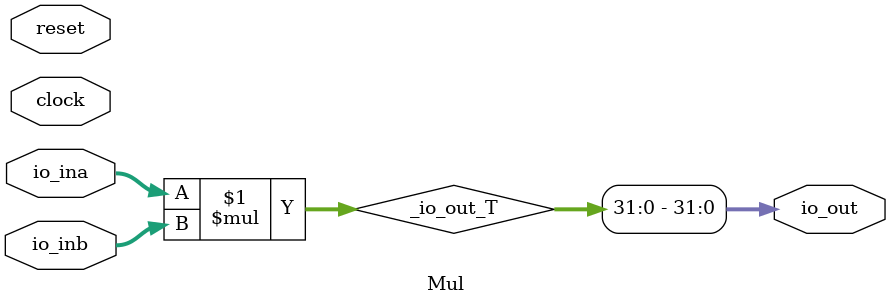
<source format=v>
module Mul(
  input         clock,
  input         reset,
  input  [31:0] io_ina,
  input  [31:0] io_inb,
  output [31:0] io_out
);
  wire [63:0] _io_out_T = io_ina * io_inb; // @[TwoInputUnit.scala 7:103]
  assign io_out = _io_out_T[31:0]; // @[TwoInputUnit.scala 7:90]
endmodule

</source>
